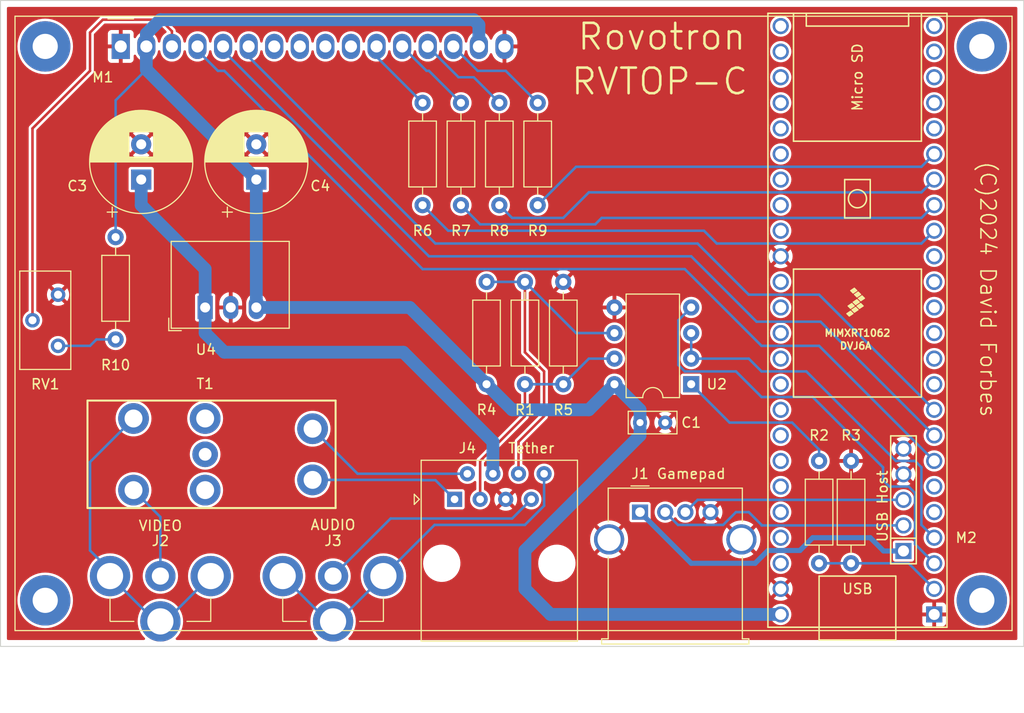
<source format=kicad_pcb>
(kicad_pcb (version 20221018) (generator pcbnew)

  (general
    (thickness 1.6)
  )

  (paper "USLetter")
  (title_block
    (title "Rovotron Top Board")
    (rev "C")
    (company "Cathode Corner")
  )

  (layers
    (0 "F.Cu" signal)
    (31 "B.Cu" signal)
    (36 "B.SilkS" user "B.Silkscreen")
    (37 "F.SilkS" user "F.Silkscreen")
    (38 "B.Mask" user)
    (39 "F.Mask" user)
    (40 "Dwgs.User" user "User.Drawings")
    (41 "Cmts.User" user "User.Comments")
    (44 "Edge.Cuts" user)
    (45 "Margin" user)
    (46 "B.CrtYd" user "B.Courtyard")
    (47 "F.CrtYd" user "F.Courtyard")
    (48 "B.Fab" user)
    (49 "F.Fab" user)
    (50 "User.1" user)
    (51 "User.2" user)
    (52 "User.3" user)
    (53 "User.4" user)
    (54 "User.5" user)
    (55 "User.6" user)
    (56 "User.7" user)
    (57 "User.8" user)
    (58 "User.9" user)
  )

  (setup
    (pad_to_mask_clearance 0)
    (pcbplotparams
      (layerselection 0x00010e0_ffffffff)
      (plot_on_all_layers_selection 0x0000000_00000000)
      (disableapertmacros false)
      (usegerberextensions false)
      (usegerberattributes true)
      (usegerberadvancedattributes true)
      (creategerberjobfile true)
      (dashed_line_dash_ratio 12.000000)
      (dashed_line_gap_ratio 3.000000)
      (svgprecision 4)
      (plotframeref false)
      (viasonmask false)
      (mode 1)
      (useauxorigin false)
      (hpglpennumber 1)
      (hpglpenspeed 20)
      (hpglpendiameter 15.000000)
      (dxfpolygonmode true)
      (dxfimperialunits true)
      (dxfusepcbnewfont true)
      (psnegative false)
      (psa4output false)
      (plotreference true)
      (plotvalue true)
      (plotinvisibletext false)
      (sketchpadsonfab false)
      (subtractmaskfromsilk false)
      (outputformat 1)
      (mirror false)
      (drillshape 0)
      (scaleselection 1)
      (outputdirectory "")
    )
  )

  (net 0 "")
  (net 1 "GND")
  (net 2 "+5V")
  (net 3 "/SERA")
  (net 4 "/SERB")
  (net 5 "/VID+")
  (net 6 "/VID-")
  (net 7 "/RXD")
  (net 8 "/RXD5")
  (net 9 "/TXD")
  (net 10 "/TXE")
  (net 11 "/USB_VBUS")
  (net 12 "/USB_D-")
  (net 13 "/USB_D+")
  (net 14 "/DISP_D4")
  (net 15 "/DISP_D5")
  (net 16 "/DISP_D6")
  (net 17 "/DISP_D7")
  (net 18 "unconnected-(M1-DB0-Pad7)")
  (net 19 "/CONT")
  (net 20 "unconnected-(M1-DB1-Pad8)")
  (net 21 "/DISP_RS")
  (net 22 "unconnected-(M1-DB2-Pad9)")
  (net 23 "/DISP_RW")
  (net 24 "unconnected-(M1-DB3-Pad10)")
  (net 25 "/DISP_E")
  (net 26 "/VID")
  (net 27 "/VID_RET")
  (net 28 "Net-(M1-DB4)")
  (net 29 "Net-(M1-DB5)")
  (net 30 "Net-(M1-DB6)")
  (net 31 "Net-(M1-DB7)")
  (net 32 "Net-(R10-Pad2)")
  (net 33 "/12V")
  (net 34 "/AUD+")
  (net 35 "/AUD-")
  (net 36 "unconnected-(M2-3_LRCLK2-Pad5)")
  (net 37 "unconnected-(M2-4_BCLK2-Pad6)")
  (net 38 "unconnected-(M2-8_TX2_IN1-Pad10)")
  (net 39 "unconnected-(M2-9_OUT1C-Pad11)")
  (net 40 "unconnected-(M2-10_CS_MQSR-Pad12)")
  (net 41 "unconnected-(M2-11_MOSI_CTX1-Pad13)")
  (net 42 "unconnected-(M2-12_MISO_MQSL-Pad14)")
  (net 43 "unconnected-(M2-3V3-Pad15)")
  (net 44 "unconnected-(M2-28_RX7-Pad20)")
  (net 45 "unconnected-(M2-29_TX7-Pad21)")
  (net 46 "unconnected-(M2-30_CRX3-Pad22)")
  (net 47 "unconnected-(M2-31_CTX3-Pad23)")
  (net 48 "unconnected-(M2-32_OUT1B-Pad24)")
  (net 49 "unconnected-(M2-33_MCLK2-Pad25)")
  (net 50 "unconnected-(M2-34_RX8-Pad26)")
  (net 51 "unconnected-(M2-35_TX8-Pad27)")
  (net 52 "unconnected-(M2-36_CS-Pad28)")
  (net 53 "unconnected-(M2-37_CS-Pad29)")
  (net 54 "unconnected-(M2-38_CS1_IN1-Pad30)")
  (net 55 "unconnected-(M2-39_MISO1_OUT1A-Pad31)")
  (net 56 "unconnected-(M2-40_A16-Pad32)")
  (net 57 "unconnected-(M2-41_A17-Pad33)")
  (net 58 "unconnected-(M2-13_SCK_LED-Pad35)")
  (net 59 "unconnected-(M2-14_A0_TX3_SPDIF_OUT-Pad36)")
  (net 60 "unconnected-(M2-15_A1_RX3_SPDIF_IN-Pad37)")
  (net 61 "unconnected-(M2-16_A2_RX4_SCL1-Pad38)")
  (net 62 "unconnected-(M2-17_A3_TX4_SDA1-Pad39)")
  (net 63 "unconnected-(M2-18_A4_SDA-Pad40)")
  (net 64 "unconnected-(M2-19_A5_SCL-Pad41)")
  (net 65 "unconnected-(M2-20_A6_TX5_LRCLK1-Pad42)")
  (net 66 "unconnected-(M2-21_A7_RX5_BCLK1-Pad43)")
  (net 67 "unconnected-(M2-22_A8_CTX1-Pad44)")
  (net 68 "unconnected-(M2-23_A9_CRX1_MCLK1-Pad45)")
  (net 69 "unconnected-(M2-3V3-Pad46)")

  (footprint "Capacitor_THT:CP_Radial_D10.0mm_P3.50mm" (layer "F.Cu") (at 113.03 45.72 90))

  (footprint "Resistor_THT:R_Axial_DIN0207_L6.3mm_D2.5mm_P10.16mm_Horizontal" (layer "F.Cu") (at 152.4 38.1 -90))

  (footprint "Rovo:Transformer_Balun_Board" (layer "F.Cu") (at 119.38 73 180))

  (footprint "Connector_USB:USB_A_Molex_67643_Horizontal" (layer "F.Cu") (at 162.56 78.74))

  (footprint "Rovo:NHD_0420DZ" (layer "F.Cu") (at 111 32.5))

  (footprint "Capacitor_THT:CP_Radial_D10.0mm_P3.50mm" (layer "F.Cu") (at 124.46 45.72 90))

  (footprint "Potentiometer_THT:Potentiometer_Bourns_3386X_Horizontal" (layer "F.Cu") (at 104.775 62.23 180))

  (footprint "Rovo:Teensy41_48_5" (layer "F.Cu") (at 184.15 59.69 90))

  (footprint "Package_DIP:DIP-8_W7.62mm" (layer "F.Cu") (at 167.64 66.04 180))

  (footprint "Rovo:Connector_CUI_RCJ_01_Horizontal" (layer "F.Cu") (at 132.08 85.09 180))

  (footprint "Resistor_THT:R_Axial_DIN0207_L6.3mm_D2.5mm_P10.16mm_Horizontal" (layer "F.Cu") (at 180.34 83.82 90))

  (footprint "Converter_DCDC:Converter_DCDC_RECOM_R-78E-0.5_THT" (layer "F.Cu") (at 119.38 58.42))

  (footprint "Capacitor_THT:C_Rect_L4.6mm_W2.0mm_P2.50mm_MKS02_FKP02" (layer "F.Cu") (at 162.56 69.85))

  (footprint "Resistor_THT:R_Axial_DIN0207_L6.3mm_D2.5mm_P10.16mm_Horizontal" (layer "F.Cu") (at 144.78 38.1 -90))

  (footprint "Resistor_THT:R_Axial_DIN0207_L6.3mm_D2.5mm_P10.16mm_Horizontal" (layer "F.Cu") (at 183.515 83.82 90))

  (footprint "Resistor_THT:R_Axial_DIN0207_L6.3mm_D2.5mm_P10.16mm_Horizontal" (layer "F.Cu") (at 147.32 66.04 90))

  (footprint "Connector_RJ:RJ45_Amphenol_54602-x08_Horizontal" (layer "F.Cu") (at 144.145 77.47))

  (footprint "Rovo:Connector_CUI_RCJ_01_Horizontal" (layer "F.Cu") (at 114.935 85.09 180))

  (footprint "Resistor_THT:R_Axial_DIN0207_L6.3mm_D2.5mm_P10.16mm_Horizontal" (layer "F.Cu") (at 154.94 55.88 -90))

  (footprint "Resistor_THT:R_Axial_DIN0207_L6.3mm_D2.5mm_P10.16mm_Horizontal" (layer "F.Cu") (at 151.13 55.88 -90))

  (footprint "Resistor_THT:R_Axial_DIN0207_L6.3mm_D2.5mm_P10.16mm_Horizontal" (layer "F.Cu") (at 148.59 38.1 -90))

  (footprint "Resistor_THT:R_Axial_DIN0207_L6.3mm_D2.5mm_P10.16mm_Horizontal" (layer "F.Cu") (at 140.97 38.1 -90))

  (footprint "Resistor_THT:R_Axial_DIN0207_L6.3mm_D2.5mm_P10.16mm_Horizontal" (layer "F.Cu") (at 110.49 51.435 -90))

  (gr_rect (start 99.06 27.94) (end 200.66 92.075)
    (stroke (width 0.1) (type default)) (fill none) (layer "Edge.Cuts") (tstamp 2c350ef7-ca02-4ec6-b903-7d32c0bdd5eb))
  (gr_text "RVTOP-C" (at 155.575 37.465) (layer "F.SilkS") (tstamp 5bb01e9f-dd86-4375-8b1b-de8ad09e87fc)
    (effects (font (size 2.54 2.54) (thickness 0.254)) (justify left bottom))
  )
  (gr_text "(C)2024 David Forbes" (at 196.215 43.815 270) (layer "F.SilkS") (tstamp 9b4c49ae-e4d7-4f32-b499-52fe73a2bb2c)
    (effects (font (size 1.524 1.524) (thickness 0.15)) (justify left bottom))
  )
  (gr_text "Rovotron" (at 156.21 33.02) (layer "F.SilkS") (tstamp e931f47a-5152-4f5f-ad1d-25719e062b2a)
    (effects (font (size 2.54 2.54) (thickness 0.254)) (justify left bottom))
  )

  (segment (start 114.935 29.845) (end 146.05 29.845) (width 1.27) (layer "B.Cu") (net 2) (tstamp 029ace3f-a616-4735-be8b-e348ab8613b9))
  (segment (start 160.02 66.04) (end 162.56 68.58) (width 1.27) (layer "B.Cu") (net 2) (tstamp 08490c18-cbda-4f02-bea2-f878a61c6e4a))
  (segment (start 110.49 51.435) (end 110.49 37.85) (width 0.25) (layer "B.Cu") (net 2) (tstamp 17665e4c-4eeb-4c22-9421-34aabae34432))
  (segment (start 113.54 31.24) (end 114.935 29.845) (width 1.27) (layer "B.Cu") (net 2) (tstamp 2fce9cd6-4113-4917-9d60-b19a7f5a60d2))
  (segment (start 139.7 58.42) (end 124.46 58.42) (width 1.27) (layer "B.Cu") (net 2) (tstamp 30ee7835-102d-4983-9d8f-c936fcb1c9d9))
  (segment (start 146.56 30.355) (end 146.56 32.5) (width 1.27) (layer "B.Cu") (net 2) (tstamp 63e7644a-1379-4242-b120-b2eb61ca70f1))
  (segment (start 151.13 86.36) (end 151.13 82.55) (width 1.27) (layer "B.Cu") (net 2) (tstamp 64f4dab8-79d0-46c8-a909-ebd4e4b222ed))
  (segment (start 162.56 68.58) (end 162.56 69.85) (width 1.27) (layer "B.Cu") (net 2) (tstamp 7361522a-ec47-4582-8076-279ed9e74802))
  (segment (start 110.49 37.85) (end 113.54 34.8) (width 0.25) (layer "B.Cu") (net 2) (tstamp 90e3ba31-d80e-408f-ae31-67cab3c7b912))
  (segment (start 146.05 29.845) (end 146.56 30.355) (width 1.27) (layer "B.Cu") (net 2) (tstamp 948dc476-646d-48f9-a5a0-c1fd76c04d90))
  (segment (start 124.46 45.72) (end 113.54 34.8) (width 1.27) (layer "B.Cu") (net 2) (tstamp 96601afa-40f2-435c-bcb8-bec3d2f768a6))
  (segment (start 147.32 66.04) (end 149.86 68.58) (width 1.27) (layer "B.Cu") (net 2) (tstamp 9dbdc66e-5489-4ede-8edd-ba0ffce17ad2))
  (segment (start 162.56 71.12) (end 162.56 69.85) (width 1.27) (layer "B.Cu") (net 2) (tstamp a45dcea0-8a89-4cb4-a618-efb63ddbac21))
  (segment (start 147.32 66.04) (end 139.7 58.42) (width 1.27) (layer "B.Cu") (net 2) (tstamp aff4c0c6-f016-427d-8b55-fcd45595f679))
  (segment (start 151.13 82.55) (end 162.56 71.12) (width 1.27) (layer "B.Cu") (net 2) (tstamp be8f591e-1577-4008-bc72-f9d6f2728afa))
  (segment (start 153.67 88.9) (end 151.13 86.36) (width 1.27) (layer "B.Cu") (net 2) (tstamp c3e0cb40-0acf-4360-8302-abe047d85df5))
  (segment (start 113.54 34.8) (end 113.54 32.5) (width 1.27) (layer "B.Cu") (net 2) (tstamp c45fe13f-ad5a-4c88-ac14-3f08b211f03b))
  (segment (start 113.54 32.5) (end 113.54 31.24) (width 1.27) (layer "B.Cu") (net 2) (tstamp cf719119-df0a-45a7-be07-e4b02c669ad3))
  (segment (start 157.48 68.58) (end 160.02 66.04) (width 1.27) (layer "B.Cu") (net 2) (tstamp e1f88799-199d-4c63-af95-9fa70dc1e295))
  (segment (start 176.53 88.9) (end 153.67 88.9) (width 1.27) (layer "B.Cu") (net 2) (tstamp e2d9ac29-eac0-43b2-b38f-def5ca47d9d6))
  (segment (start 124.46 45.72) (end 124.46 58.42) (width 1.27) (layer "B.Cu") (net 2) (tstamp ef570704-27c6-4532-bd5c-6550581b285d))
  (segment (start 149.86 68.58) (end 157.48 68.58) (width 1.27) (layer "B.Cu") (net 2) (tstamp fb45221e-68a8-44df-a933-cfc0f36a8b19))
  (segment (start 150.495 71.755) (end 153.035 69.215) (width 0.254) (layer "F.Cu") (net 3) (tstamp 16927bce-d5a2-415d-89fc-3451fcb9b79a))
  (segment (start 153.035 64.77) (end 151.13 62.865) (width 0.254) (layer "F.Cu") (net 3) (tstamp 3ec00995-d182-43db-bc5c-73b830ec6fc3))
  (segment (start 153.035 69.215) (end 153.035 64.77) (width 0.254) (layer "F.Cu") (net 3) (tstamp 77bce015-4fce-4eed-bbfe-7dd9b63b88b7))
  (segment (start 151.13 62.865) (end 151.13 55.88) (width 0.254) (layer "F.Cu") (net 3) (tstamp ca453b27-9468-4f35-bde0-127ca6e36b97))
  (segment (start 150.495 74.93) (end 150.495 71.755) (width 0.254) (layer "F.Cu") (net 3) (tstamp dbb6aa76-b226-4810-a551-e108d7e37c5d))
  (segment (start 147.32 55.88) (end 151.13 55.88) (width 0.254) (layer "B.Cu") (net 3) (tstamp 2f7fc66b-a514-4190-92e7-e79d83dd79bb))
  (segment (start 160.02 60.96) (end 156.21 60.96) (width 0.254) (layer "B.Cu") (net 3) (tstamp 934a764c-8b1a-48fb-8173-c2e4a70c8302))
  (segment (start 156.21 60.96) (end 151.13 55.88) (width 0.254) (layer "B.Cu") (net 3) (tstamp f7d1a17a-0f88-4da2-916a-d0b207ac59f0))
  (segment (start 146.685 77.47) (end 146.685 73.66) (width 0.254) (layer "F.Cu") (net 4) (tstamp 01b7d847-9a71-4eed-bc50-7bee1b7cda31))
  (segment (start 151.13 69.215) (end 151.13 66.04) (width 0.254) (layer "F.Cu") (net 4) (tstamp 8631a10f-7eb5-484a-9e89-5d290df7cd1e))
  (segment (start 146.685 73.66) (end 151.13 69.215) (width 0.254) (layer "F.Cu") (net 4) (tstamp a7698769-7caa-4ff4-ab49-0480a0f62a54))
  (segment (start 151.13 66.04) (end 154.94 66.04) (width 0.254) (layer "B.Cu") (net 4) (tstamp 39b1d6f1-36d8-452b-97a3-0acca77fbdcf))
  (segment (start 160.02 63.5) (end 157.48 63.5) (width 0.254) (layer "B.Cu") (net 4) (tstamp 53772a95-9fde-466b-ab7b-45d11d8d4c50))
  (segment (start 157.48 63.5) (end 154.94 66.04) (width 0.254) (layer "B.Cu") (net 4) (tstamp b206ccd2-0115-4643-b3db-bfd3edb75b2c))
  (segment (start 130.048 75.54) (end 140.945 75.54) (width 0.254) (layer "B.Cu") (net 5) (tstamp 361334e6-3e20-459d-8f6e-55dd817093f4))
  (segment (start 140.97 75.565) (end 142.24 75.565) (width 0.254) (layer "B.Cu") (net 5) (tstamp 60777d86-1c8e-4053-9d45-7465966b8833))
  (segment (start 140.945 75.54) (end 140.97 75.565) (width 0.254) (layer "B.Cu") (net 5) (tstamp 7b730048-7e52-4ae0-84d6-62e58ebe6d8c))
  (segment (start 142.24 75.565) (end 144.145 77.47) (width 0.254) (layer "B.Cu") (net 5) (tstamp f1fe64e2-1351-4d66-ac82-3ca04095412d))
  (segment (start 134.518 74.93) (end 130.048 70.46) (width 0.254) (layer "B.Cu") (net 6) (tstamp 0364b00c-c911-4d75-9ffb-067a00c0b749))
  (segment (start 145.415 74.93) (end 134.518 74.93) (width 0.254) (layer "B.Cu") (net 6) (tstamp cfba783c-c7b2-48a2-9c89-1bd3a2bab6c5))
  (segment (start 180.34 83.82) (end 183.515 83.82) (width 0.254) (layer "B.Cu") (net 7) (tstamp 82c04d01-c10b-4810-ac67-5d4fb968bec1))
  (segment (start 189.23 83.82) (end 191.77 86.36) (width 0.254) (layer "B.Cu") (net 7) (tstamp d0d53d0a-0881-4743-abd3-e617441df3aa))
  (segment (start 183.515 83.82) (end 189.23 83.82) (width 0.254) (layer "B.Cu") (net 7) (tstamp e4543712-68ef-4f14-aeab-2f56ab2d4bca))
  (segment (start 180.34 72.52863) (end 177.66137 69.85) (width 0.254) (layer "B.Cu") (net 8) (tstamp 1d1e62af-7186-4006-b923-a2c5e966254d))
  (segment (start 180.34 73.66) (end 180.34 72.52863) (width 0.254) (layer "B.Cu") (net 8) (tstamp 3adbf31f-aaf3-4cdd-a576-14f2428d0fce))
  (segment (start 171.45 69.85) (end 167.64 66.04) (width 0.254) (layer "B.Cu") (net 8) (tstamp 47864d9b-6296-4cff-82b6-054349fe19b8))
  (segment (start 177.66137 69.85) (end 171.45 69.85) (width 0.254) (layer "B.Cu") (net 8) (tstamp 792122d4-ce8c-47a9-b248-dc37e49d1e53))
  (segment (start 166.37 64.135) (end 167.005 64.77) (width 0.254) (layer "B.Cu") (net 9) (tstamp 092bd225-6515-4fc0-ad9d-3af9f5a09461))
  (segment (start 186.69 74.295) (end 186.69 75.565) (width 0.254) (layer "B.Cu") (net 9) (tstamp 892d9347-0873-4701-a222-6b02521cfe9f))
  (segment (start 189.865 76.835) (end 189.865 81.915) (width 0.254) (layer "B.Cu") (net 9) (tstamp 92c2d0ea-b9f8-48ed-9f91-f35cd2577239))
  (segment (start 166.37 59.69) (end 166.37 64.135) (width 0.254) (layer "B.Cu") (net 9) (tstamp 9ad0e0de-4dc9-4f0a-8df6-ca2ef928e150))
  (segment (start 187.325 76.2) (end 189.23 76.2) (width 0.254) (layer "B.Cu") (net 9) (tstamp a2820908-98a2-4ccb-acf1-259b30e1dffa))
  (segment (start 179.705 67.31) (end 186.69 74.295) (width 0.254) (layer "B.Cu") (net 9) (tstamp a3a453d4-2831-476a-8dea-18199630e0d5))
  (segment (start 189.865 81.915) (end 191.77 83.82) (width 0.254) (layer "B.Cu") (net 9) (tstamp ac4550db-8a39-4744-9209-202aa31e1f72))
  (segment (start 172.085 64.77) (end 174.625 67.31) (width 0.254) (layer "B.Cu") (net 9) (tstamp b5c5170d-d986-4bd5-9409-70217906f809))
  (segment (start 174.625 67.31) (end 179.705 67.31) (width 0.254) (layer "B.Cu") (net 9) (tstamp bd6a41bc-5bc0-42a2-acf3-1f14037a4627))
  (segment (start 167.64 58.42) (end 166.37 59.69) (width 0.254) (layer "B.Cu") (net 9) (tstamp c1762338-b97c-4a28-8d9f-8d9db17657ab))
  (segment (start 167.005 64.77) (end 172.085 64.77) (width 0.254) (layer "B.Cu") (net 9) (tstamp d2a2a80a-7223-434f-b8e1-6ad8d39ee28e))
  (segment (start 186.69 75.565) (end 187.325 76.2) (width 0.254) (layer "B.Cu") (net 9) (tstamp f2450d5c-18c5-47ba-a6a0-33cff4b5adad))
  (segment (start 189.23 76.2) (end 189.865 76.835) (width 0.254) (layer "B.Cu") (net 9) (tstamp ff4eb11e-5a13-4267-b155-8359eb007581))
  (segment (start 187.96 73.66) (end 189.865 73.66) (width 0.254) (layer "B.Cu") (net 10) (tstamp 0e26557d-88ac-42f9-ac37-8c53f680bada))
  (segment (start 167.64 60.96) (end 167.64 63.5) (width 0.254) (layer "B.Cu") (net 10) (tstamp 1c42ae86-2dba-4807-abd6-fdd5b3fb1be9))
  (segment (start 190.5 74.295) (end 190.5 80.01) (width 0.254) (layer "B.Cu") (net 10) (tstamp 240408f6-1532-4d66-b9e2-9438f924bd6b))
  (segment (start 179.07 64.77) (end 187.96 73.66) (width 0.254) (layer "B.Cu") (net 10) (tstamp 26a0f990-6413-4a8a-94b1-88a7fb30633f))
  (segment (start 173.355 63.5) (end 174.625 64.77) (width 0.254) (layer "B.Cu") (net 10) (tstamp 82323e77-a1e8-462a-9fda-cdec39c60328))
  (segment (start 167.64 63.5) (end 173.355 63.5) (width 0.254) (layer "B.Cu") (net 10) (tstamp 8a530ba8-1a8d-4d34-9f3f-855ab5099947))
  (segment (start 190.5 80.01) (end 191.77 81.28) (width 0.254) (layer "B.Cu") (net 10) (tstamp 99a76bda-9ae1-4bfd-9ba6-5c726be4eeee))
  (segment (start 189.865 73.66) (end 190.5 74.295) (width 0.254) (layer "B.Cu") (net 10) (tstamp f0c03097-1fb1-4b2c-9595-d6a01e4d8c46))
  (segment (start 174.625 64.77) (end 179.07 64.77) (width 0.254) (layer "B.Cu") (net 10) (tstamp f34c112a-50a7-4dfa-b0fb-4cbe90753e72))
  (segment (start 186.7408 82.6008) (end 188.7192 82.6008) (width 0.508) (layer "B.Cu") (net 11) (tstamp 2a6b3df0-9fe1-41f7-aef5-fd9f4a3ce951))
  (segment (start 178.435 82.55) (end 179.705 81.28) (width 0.508) (layer "B.Cu") (net 11) (tstamp 7dfded41-cfaf-40a2-b837-685b2946f684))
  (segment (start 179.705 81.28) (end 185.42 81.28) (width 0.508) (layer "B.Cu") (net 11) (tstamp 7f1f4d5d-2566-4fa6-b862-d94f649664ff))
  (segment (start 175.26 82.55) (end 178.435 82.55) (width 0.508) (layer "B.Cu") (net 11) (tstamp 94cc66c0-0894-426d-a208-5620d592ade9))
  (segment (start 173.99 83.82) (end 175.26 82.55) (width 0.508) (layer "B.Cu") (net 11) (tstamp b4c7c553-335a-441a-ab1c-47e87c89c18b))
  (segment (start 167.64 83.82) (end 173.99 83.82) (width 0.508) (layer "B.Cu") (net 11) (tstamp e5507bd0-e87c-47cc-b236-8c4fdfce8fa4))
  (segment (start 185.42 81.28) (end 186.7408 82.6008) (width 0.508) (layer "B.Cu") (net 11) (tstamp e83b5d2e-238e-4e68-a1d0-bc134ec11adc))
  (segment (start 162.56 78.74) (end 167.64 83.82) (width 0.508) (layer "B.Cu") (net 11) (tstamp ff234e58-b26c-48ba-8189-ba5e3ad3231f))
  (segment (start 173.355 78.74) (end 172.085 78.74) (width 0.254) (layer "B.Cu") (net 12) (tstamp 484e0e5b-50b4-40f1-bdb7-9014f4ad3877))
  (segment (start 166.33 80.01) (end 165.06 78.74) (width 0.254) (layer "B.Cu") (net 12) (tstamp 5cb912c5-ace1-48bb-9fed-6bc62432cabb))
  (segment (start 172.085 78.74) (end 170.815 80.01) (width 0.254) (layer "B.Cu") (net 12) (tstamp b347209c-7acc-4af8-a5d4-f004f1a6172d))
  (segment (start 188.7192 80.0608) (end 174.625 80.0608) (width 0.254) (layer "B.Cu") (net 12) (tstamp b830afc5-7ed3-4a44-8b90-cf3f4212031c))
  (segment (start 174.6758 80.0608) (end 173.355 78.74) (width 0.254) (layer "B.Cu") (net 12) (tstamp d3cd6f4a-0a2e-43ac-8001-095bb91ad26d))
  (segment (start 170.815 80.01) (end 166.33 80.01) (width 0.254) (layer "B.Cu") (net 12) (tstamp d65cf4b6-11e1-4297-9b72-1ebad7fe7e9d))
  (segment (start 188.7192 77.5208) (end 168.275 77.5208) (width 0.254) (layer "B.Cu") (net 13) (tstamp 12a528b2-cdbe-4a7d-b055-03951afb137e))
  (segment (start 168.2792 77.5208) (end 167.06 78.74) (width 0.254) (layer "B.Cu") (net 13) (tstamp bebe172d-ed9e-48ef-a45f-fbbd3f94eb17))
  (segment (start 143.51 50.8) (end 168.91 50.8) (width 0.254) (layer "B.Cu") (net 14) (tstamp 00196699-5c2a-4a6a-9f1f-332571c29f7f))
  (segment (start 190.5 52.07) (end 191.77 50.8) (width 0.254) (layer "B.Cu") (net 14) (tstamp 114492bf-e687-40fc-8fa2-fe1fed5486b6))
  (segment (start 168.91 50.8) (end 170.18 52.07) (width 0.254) (layer "B.Cu") (net 14) (tstamp 47399b3f-c0df-41ec-a0bc-99436bafa360))
  (segment (start 170.18 52.07) (end 190.5 52.07) (width 0.254) (layer "B.Cu") (net 14) (tstamp 6ce79375-eb8a-44f5-a9f9-7f127ad321a4))
  (segment (start 140.97 48.26) (end 143.51 50.8) (width 0.254) (layer "B.Cu") (net 14) (tstamp ddf87600-3f07-4034-b931-456611caa202))
  (segm
... [314298 chars truncated]
</source>
